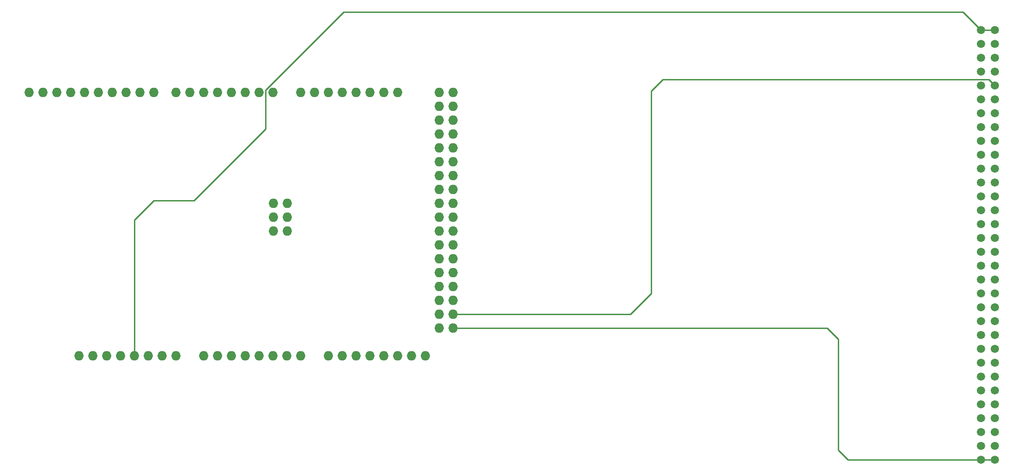
<source format=gbr>
%TF.GenerationSoftware,KiCad,Pcbnew,5.1.6-c6e7f7d~86~ubuntu16.04.1*%
%TF.CreationDate,2020-06-20T04:05:00+01:00*%
%TF.ProjectId,microtan-cassette-pcb,6d696372-6f74-4616-9e2d-636173736574,rev?*%
%TF.SameCoordinates,Original*%
%TF.FileFunction,Copper,L2,Bot*%
%TF.FilePolarity,Positive*%
%FSLAX46Y46*%
G04 Gerber Fmt 4.6, Leading zero omitted, Abs format (unit mm)*
G04 Created by KiCad (PCBNEW 5.1.6-c6e7f7d~86~ubuntu16.04.1) date 2020-06-20 04:05:00*
%MOMM*%
%LPD*%
G01*
G04 APERTURE LIST*
%TA.AperFunction,ComponentPad*%
%ADD10C,1.500000*%
%TD*%
%TA.AperFunction,ComponentPad*%
%ADD11O,1.727200X1.727200*%
%TD*%
%TA.AperFunction,Conductor*%
%ADD12C,0.250000*%
%TD*%
G04 APERTURE END LIST*
D10*
%TO.P,EC1,32b*%
%TO.N,GND*%
X218186000Y-120904000D03*
%TO.P,EC1,31b*%
%TO.N,Net-(EC1-Pad31b)*%
X218186000Y-118364000D03*
%TO.P,EC1,30b*%
%TO.N,Net-(EC1-Pad30b)*%
X218186000Y-115824000D03*
%TO.P,EC1,29b*%
%TO.N,Net-(EC1-Pad29b)*%
X218186000Y-113284000D03*
%TO.P,EC1,28b*%
%TO.N,Net-(EC1-Pad28b)*%
X218186000Y-110744000D03*
%TO.P,EC1,27b*%
%TO.N,Net-(EC1-Pad27b)*%
X218186000Y-108204000D03*
%TO.P,EC1,26b*%
%TO.N,Net-(EC1-Pad26b)*%
X218186000Y-105664000D03*
%TO.P,EC1,25b*%
%TO.N,Net-(EC1-Pad25b)*%
X218186000Y-103124000D03*
%TO.P,EC1,24b*%
%TO.N,Net-(EC1-Pad24b)*%
X218186000Y-100584000D03*
%TO.P,EC1,23b*%
%TO.N,Net-(EC1-Pad23b)*%
X218186000Y-98044000D03*
%TO.P,EC1,22b*%
%TO.N,Net-(EC1-Pad22b)*%
X218186000Y-95504000D03*
%TO.P,EC1,21b*%
%TO.N,Net-(EC1-Pad21b)*%
X218186000Y-92964000D03*
%TO.P,EC1,20b*%
%TO.N,Net-(EC1-Pad20b)*%
X218186000Y-90424000D03*
%TO.P,EC1,19b*%
%TO.N,Net-(EC1-Pad19b)*%
X218186000Y-87884000D03*
%TO.P,EC1,18b*%
%TO.N,Net-(EC1-Pad18b)*%
X218186000Y-85344000D03*
%TO.P,EC1,17b*%
%TO.N,Net-(EC1-Pad17b)*%
X218186000Y-82804000D03*
%TO.P,EC1,16b*%
%TO.N,Net-(EC1-Pad16b)*%
X218186000Y-80264000D03*
%TO.P,EC1,15b*%
%TO.N,Net-(EC1-Pad15b)*%
X218186000Y-77724000D03*
%TO.P,EC1,14b*%
%TO.N,Net-(EC1-Pad14b)*%
X218186000Y-75184000D03*
%TO.P,EC1,13b*%
%TO.N,Net-(EC1-Pad13b)*%
X218186000Y-72644000D03*
%TO.P,EC1,12b*%
%TO.N,Net-(EC1-Pad12b)*%
X218186000Y-70104000D03*
%TO.P,EC1,11b*%
%TO.N,Net-(EC1-Pad11b)*%
X218186000Y-67564000D03*
%TO.P,EC1,10b*%
%TO.N,Net-(EC1-Pad10b)*%
X218186000Y-65024000D03*
%TO.P,EC1,9b*%
%TO.N,Net-(EC1-Pad9b)*%
X218186000Y-62484000D03*
%TO.P,EC1,8b*%
%TO.N,Net-(EC1-Pad8b)*%
X218186000Y-59944000D03*
%TO.P,EC1,7b*%
%TO.N,Net-(EC1-Pad7b)*%
X218186000Y-57404000D03*
%TO.P,EC1,6b*%
%TO.N,Net-(EC1-Pad6b)*%
X218186000Y-54864000D03*
%TO.P,EC1,5b*%
%TO.N,Net-(EC1-Pad5b)*%
X218186000Y-52324000D03*
%TO.P,EC1,4b*%
%TO.N,Net-(EC1-Pad4b)*%
X218186000Y-49784000D03*
%TO.P,EC1,3b*%
%TO.N,Net-(EC1-Pad3b)*%
X218186000Y-47244000D03*
%TO.P,EC1,2b*%
%TO.N,Net-(EC1-Pad2b)*%
X218186000Y-44704000D03*
%TO.P,EC1,32a*%
%TO.N,GND*%
X220726000Y-120904000D03*
%TO.P,EC1,31a*%
%TO.N,Net-(EC1-Pad31a)*%
X220726000Y-118364000D03*
%TO.P,EC1,30a*%
%TO.N,Net-(EC1-Pad30a)*%
X220726000Y-115824000D03*
%TO.P,EC1,29a*%
%TO.N,Net-(EC1-Pad29a)*%
X220726000Y-113284000D03*
%TO.P,EC1,28a*%
%TO.N,Net-(EC1-Pad28a)*%
X220726000Y-110744000D03*
%TO.P,EC1,27a*%
%TO.N,Net-(EC1-Pad27a)*%
X220726000Y-108204000D03*
%TO.P,EC1,26a*%
%TO.N,Net-(EC1-Pad26a)*%
X220726000Y-105664000D03*
%TO.P,EC1,25a*%
%TO.N,Net-(EC1-Pad25a)*%
X220726000Y-103124000D03*
%TO.P,EC1,24a*%
%TO.N,Net-(EC1-Pad24a)*%
X220726000Y-100584000D03*
%TO.P,EC1,23a*%
%TO.N,Net-(EC1-Pad23a)*%
X220726000Y-98044000D03*
%TO.P,EC1,22a*%
%TO.N,Net-(EC1-Pad22a)*%
X220726000Y-95504000D03*
%TO.P,EC1,21a*%
%TO.N,Net-(EC1-Pad21a)*%
X220726000Y-92964000D03*
%TO.P,EC1,20a*%
%TO.N,Net-(EC1-Pad20a)*%
X220726000Y-90424000D03*
%TO.P,EC1,19a*%
%TO.N,Net-(EC1-Pad19a)*%
X220726000Y-87884000D03*
%TO.P,EC1,18a*%
%TO.N,Net-(EC1-Pad18a)*%
X220726000Y-85344000D03*
%TO.P,EC1,17a*%
%TO.N,Net-(EC1-Pad17a)*%
X220726000Y-82804000D03*
%TO.P,EC1,16a*%
%TO.N,Net-(EC1-Pad16a)*%
X220726000Y-80264000D03*
%TO.P,EC1,15a*%
%TO.N,Net-(EC1-Pad15a)*%
X220726000Y-77724000D03*
%TO.P,EC1,14a*%
%TO.N,Net-(EC1-Pad14a)*%
X220726000Y-75184000D03*
%TO.P,EC1,13a*%
%TO.N,Net-(EC1-Pad13a)*%
X220726000Y-72644000D03*
%TO.P,EC1,12a*%
%TO.N,Net-(EC1-Pad12a)*%
X220726000Y-70104000D03*
%TO.P,EC1,11a*%
%TO.N,Net-(EC1-Pad11a)*%
X220726000Y-67564000D03*
%TO.P,EC1,10a*%
%TO.N,Net-(EC1-Pad10a)*%
X220726000Y-65024000D03*
%TO.P,EC1,9a*%
%TO.N,Net-(EC1-Pad9a)*%
X220726000Y-62484000D03*
%TO.P,EC1,8a*%
%TO.N,Net-(EC1-Pad8a)*%
X220726000Y-59944000D03*
%TO.P,EC1,7a*%
%TO.N,Net-(EC1-Pad7a)*%
X220726000Y-57404000D03*
%TO.P,EC1,6a*%
%TO.N,Net-(EC1-Pad6a)*%
X220726000Y-54864000D03*
%TO.P,EC1,5a*%
%TO.N,/A0*%
X220726000Y-52324000D03*
%TO.P,EC1,4a*%
%TO.N,Net-(EC1-Pad4a)*%
X220726000Y-49784000D03*
%TO.P,EC1,3a*%
%TO.N,Net-(EC1-Pad3a)*%
X220726000Y-47244000D03*
%TO.P,EC1,2a*%
%TO.N,Net-(EC1-Pad2a)*%
X220726000Y-44704000D03*
%TO.P,EC1,1b*%
%TO.N,+5V*%
X218186000Y-42164000D03*
%TO.P,EC1,1a*%
X220726000Y-42164000D03*
%TD*%
D11*
%TO.P,XA1,RST2*%
%TO.N,Net-(XA1-PadRST2)*%
X88519000Y-78994000D03*
%TO.P,XA1,GND4*%
%TO.N,Net-(XA1-PadGND4)*%
X91059000Y-78994000D03*
%TO.P,XA1,MOSI*%
%TO.N,Net-(XA1-PadMOSI)*%
X91059000Y-76454000D03*
%TO.P,XA1,SCK*%
%TO.N,Net-(XA1-PadSCK)*%
X88519000Y-76454000D03*
%TO.P,XA1,5V2*%
%TO.N,Net-(XA1-Pad5V2)*%
X91059000Y-73914000D03*
%TO.P,XA1,A0*%
%TO.N,Net-(XA1-PadA0)*%
X75692000Y-101854000D03*
%TO.P,XA1,VIN*%
%TO.N,Net-(XA1-PadVIN)*%
X70612000Y-101854000D03*
%TO.P,XA1,GND3*%
%TO.N,Net-(XA1-PadGND3)*%
X68072000Y-101854000D03*
%TO.P,XA1,GND2*%
%TO.N,Net-(XA1-PadGND2)*%
X65532000Y-101854000D03*
%TO.P,XA1,5V1*%
%TO.N,+5V*%
X62992000Y-101854000D03*
%TO.P,XA1,3V3*%
%TO.N,Net-(XA1-Pad3V3)*%
X60452000Y-101854000D03*
%TO.P,XA1,RST1*%
%TO.N,Net-(XA1-PadRST1)*%
X57912000Y-101854000D03*
%TO.P,XA1,IORF*%
%TO.N,Net-(XA1-PadIORF)*%
X55372000Y-101854000D03*
%TO.P,XA1,D21*%
%TO.N,Net-(XA1-PadD21)*%
X111252000Y-53594000D03*
%TO.P,XA1,D20*%
%TO.N,Net-(XA1-PadD20)*%
X108712000Y-53594000D03*
%TO.P,XA1,D19*%
%TO.N,Net-(XA1-PadD19)*%
X106172000Y-53594000D03*
%TO.P,XA1,D18*%
%TO.N,Net-(XA1-PadD18)*%
X103632000Y-53594000D03*
%TO.P,XA1,D17*%
%TO.N,Net-(XA1-PadD17)*%
X101092000Y-53594000D03*
%TO.P,XA1,D16*%
%TO.N,Net-(XA1-PadD16)*%
X98552000Y-53594000D03*
%TO.P,XA1,D15*%
%TO.N,Net-(XA1-PadD15)*%
X96012000Y-53594000D03*
%TO.P,XA1,D14*%
%TO.N,Net-(XA1-PadD14)*%
X93472000Y-53594000D03*
%TO.P,XA1,D0*%
%TO.N,Net-(XA1-PadD0)*%
X88392000Y-53594000D03*
%TO.P,XA1,D1*%
%TO.N,Net-(XA1-PadD1)*%
X85852000Y-53594000D03*
%TO.P,XA1,D2*%
%TO.N,Net-(XA1-PadD2)*%
X83312000Y-53594000D03*
%TO.P,XA1,D3*%
%TO.N,Net-(XA1-PadD3)*%
X80772000Y-53594000D03*
%TO.P,XA1,D4*%
%TO.N,Net-(XA1-PadD4)*%
X78232000Y-53594000D03*
%TO.P,XA1,D5*%
%TO.N,Net-(XA1-PadD5)*%
X75692000Y-53594000D03*
%TO.P,XA1,D6*%
%TO.N,Net-(XA1-PadD6)*%
X73152000Y-53594000D03*
%TO.P,XA1,D7*%
%TO.N,Net-(XA1-PadD7)*%
X70612000Y-53594000D03*
%TO.P,XA1,GND1*%
%TO.N,Net-(XA1-PadGND1)*%
X51308000Y-53594000D03*
%TO.P,XA1,D8*%
%TO.N,Net-(XA1-PadD8)*%
X66548000Y-53594000D03*
%TO.P,XA1,D9*%
%TO.N,Net-(XA1-PadD9)*%
X64008000Y-53594000D03*
%TO.P,XA1,D10*%
%TO.N,Net-(XA1-PadD10)*%
X61468000Y-53594000D03*
%TO.P,XA1,SCL*%
%TO.N,Net-(XA1-PadSCL)*%
X43688000Y-53594000D03*
%TO.P,XA1,SDA*%
%TO.N,Net-(XA1-PadSDA)*%
X46228000Y-53594000D03*
%TO.P,XA1,AREF*%
%TO.N,Net-(XA1-PadAREF)*%
X48768000Y-53594000D03*
%TO.P,XA1,D13*%
%TO.N,Net-(XA1-PadD13)*%
X53848000Y-53594000D03*
%TO.P,XA1,D12*%
%TO.N,Net-(XA1-PadD12)*%
X56388000Y-53594000D03*
%TO.P,XA1,D11*%
%TO.N,Net-(XA1-PadD11)*%
X58928000Y-53594000D03*
%TO.P,XA1,*%
%TO.N,*%
X52832000Y-101854000D03*
%TO.P,XA1,A1*%
%TO.N,Net-(XA1-PadA1)*%
X78232000Y-101854000D03*
%TO.P,XA1,A2*%
%TO.N,Net-(XA1-PadA2)*%
X80772000Y-101854000D03*
%TO.P,XA1,A3*%
%TO.N,Net-(XA1-PadA3)*%
X83312000Y-101854000D03*
%TO.P,XA1,A4*%
%TO.N,Net-(XA1-PadA4)*%
X85852000Y-101854000D03*
%TO.P,XA1,A5*%
%TO.N,Net-(XA1-PadA5)*%
X88392000Y-101854000D03*
%TO.P,XA1,A6*%
%TO.N,Net-(XA1-PadA6)*%
X90932000Y-101854000D03*
%TO.P,XA1,A7*%
%TO.N,Net-(XA1-PadA7)*%
X93472000Y-101854000D03*
%TO.P,XA1,A8*%
%TO.N,Net-(XA1-PadA8)*%
X98552000Y-101854000D03*
%TO.P,XA1,A9*%
%TO.N,Net-(XA1-PadA9)*%
X101092000Y-101854000D03*
%TO.P,XA1,A10*%
%TO.N,Net-(XA1-PadA10)*%
X103632000Y-101854000D03*
%TO.P,XA1,A11*%
%TO.N,Net-(XA1-PadA11)*%
X106172000Y-101854000D03*
%TO.P,XA1,A12*%
%TO.N,Net-(XA1-PadA12)*%
X108712000Y-101854000D03*
%TO.P,XA1,A13*%
%TO.N,Net-(XA1-PadA13)*%
X111252000Y-101854000D03*
%TO.P,XA1,A14*%
%TO.N,Net-(XA1-PadA14)*%
X113792000Y-101854000D03*
%TO.P,XA1,A15*%
%TO.N,Net-(XA1-PadA15)*%
X116332000Y-101854000D03*
%TO.P,XA1,5V3*%
%TO.N,Net-(XA1-Pad5V3)*%
X118872000Y-53594000D03*
%TO.P,XA1,5V4*%
%TO.N,Net-(XA1-Pad5V4)*%
X121412000Y-53594000D03*
%TO.P,XA1,D22*%
%TO.N,Net-(XA1-PadD22)*%
X118872000Y-56134000D03*
%TO.P,XA1,D23*%
%TO.N,Net-(XA1-PadD23)*%
X121412000Y-56134000D03*
%TO.P,XA1,D24*%
%TO.N,Net-(XA1-PadD24)*%
X118872000Y-58674000D03*
%TO.P,XA1,D25*%
%TO.N,Net-(XA1-PadD25)*%
X121412000Y-58674000D03*
%TO.P,XA1,D26*%
%TO.N,Net-(XA1-PadD26)*%
X118872000Y-61214000D03*
%TO.P,XA1,D27*%
%TO.N,Net-(XA1-PadD27)*%
X121412000Y-61214000D03*
%TO.P,XA1,D28*%
%TO.N,Net-(XA1-PadD28)*%
X118872000Y-63754000D03*
%TO.P,XA1,D29*%
%TO.N,Net-(XA1-PadD29)*%
X121412000Y-63754000D03*
%TO.P,XA1,D30*%
%TO.N,Net-(XA1-PadD30)*%
X118872000Y-66294000D03*
%TO.P,XA1,D31*%
%TO.N,Net-(XA1-PadD31)*%
X121412000Y-66294000D03*
%TO.P,XA1,D32*%
%TO.N,Net-(XA1-PadD32)*%
X118872000Y-68834000D03*
%TO.P,XA1,D33*%
%TO.N,Net-(XA1-PadD33)*%
X121412000Y-68834000D03*
%TO.P,XA1,D34*%
%TO.N,Net-(XA1-PadD34)*%
X118872000Y-71374000D03*
%TO.P,XA1,D35*%
%TO.N,Net-(XA1-PadD35)*%
X121412000Y-71374000D03*
%TO.P,XA1,D36*%
%TO.N,Net-(XA1-PadD36)*%
X118872000Y-73914000D03*
%TO.P,XA1,D37*%
%TO.N,Net-(XA1-PadD37)*%
X121412000Y-73914000D03*
%TO.P,XA1,D38*%
%TO.N,Net-(XA1-PadD38)*%
X118872000Y-76454000D03*
%TO.P,XA1,D39*%
%TO.N,Net-(XA1-PadD39)*%
X121412000Y-76454000D03*
%TO.P,XA1,D40*%
%TO.N,Net-(XA1-PadD40)*%
X118872000Y-78994000D03*
%TO.P,XA1,D41*%
%TO.N,Net-(XA1-PadD41)*%
X121412000Y-78994000D03*
%TO.P,XA1,D42*%
%TO.N,Net-(XA1-PadD42)*%
X118872000Y-81534000D03*
%TO.P,XA1,D43*%
%TO.N,Net-(XA1-PadD43)*%
X121412000Y-81534000D03*
%TO.P,XA1,D44*%
%TO.N,Net-(XA1-PadD44)*%
X118872000Y-84074000D03*
%TO.P,XA1,D45*%
%TO.N,Net-(XA1-PadD45)*%
X121412000Y-84074000D03*
%TO.P,XA1,D46*%
%TO.N,Net-(XA1-PadD46)*%
X118872000Y-86614000D03*
%TO.P,XA1,D47*%
%TO.N,Net-(XA1-PadD47)*%
X121412000Y-86614000D03*
%TO.P,XA1,D48*%
%TO.N,Net-(XA1-PadD48)*%
X118872000Y-89154000D03*
%TO.P,XA1,D49*%
%TO.N,Net-(XA1-PadD49)*%
X121412000Y-89154000D03*
%TO.P,XA1,D50*%
%TO.N,Net-(XA1-PadD50)*%
X118872000Y-91694000D03*
%TO.P,XA1,D51*%
%TO.N,Net-(XA1-PadD51)*%
X121412000Y-91694000D03*
%TO.P,XA1,D52*%
%TO.N,Net-(XA1-PadD52)*%
X118872000Y-94234000D03*
%TO.P,XA1,D53*%
%TO.N,/A0*%
X121412000Y-94234000D03*
%TO.P,XA1,GND5*%
%TO.N,Net-(XA1-PadGND5)*%
X118872000Y-96774000D03*
%TO.P,XA1,GND6*%
%TO.N,GND*%
X121412000Y-96774000D03*
%TO.P,XA1,MISO*%
%TO.N,Net-(XA1-PadMISO)*%
X88519000Y-73914000D03*
%TD*%
D12*
%TO.N,GND*%
X121412000Y-96774000D02*
X189992000Y-96774000D01*
X189992000Y-96774000D02*
X192024000Y-98806000D01*
X192024000Y-98806000D02*
X192024000Y-119126000D01*
X193802000Y-120904000D02*
X218186000Y-120904000D01*
X192024000Y-119126000D02*
X193802000Y-120904000D01*
X218186000Y-120904000D02*
X220726000Y-120904000D01*
%TO.N,/A0*%
X157734000Y-90424000D02*
X153924000Y-94234000D01*
X220726000Y-52324000D02*
X219650999Y-51248999D01*
X153924000Y-94234000D02*
X121412000Y-94234000D01*
X219650999Y-51248999D02*
X159825001Y-51248999D01*
X159825001Y-51248999D02*
X157734000Y-53340000D01*
X157734000Y-53340000D02*
X157734000Y-90424000D01*
%TO.N,+5V*%
X220726000Y-42164000D02*
X218186000Y-42164000D01*
X87040601Y-53186269D02*
X87040601Y-60279399D01*
X87040601Y-60279399D02*
X73914000Y-73406000D01*
X73914000Y-73406000D02*
X66548000Y-73406000D01*
X62992000Y-76962000D02*
X62992000Y-101854000D01*
X66548000Y-73406000D02*
X62992000Y-76962000D01*
X87040601Y-53186269D02*
X101364870Y-38862000D01*
X214884000Y-38862000D02*
X218186000Y-42164000D01*
X101364870Y-38862000D02*
X214884000Y-38862000D01*
%TD*%
M02*

</source>
